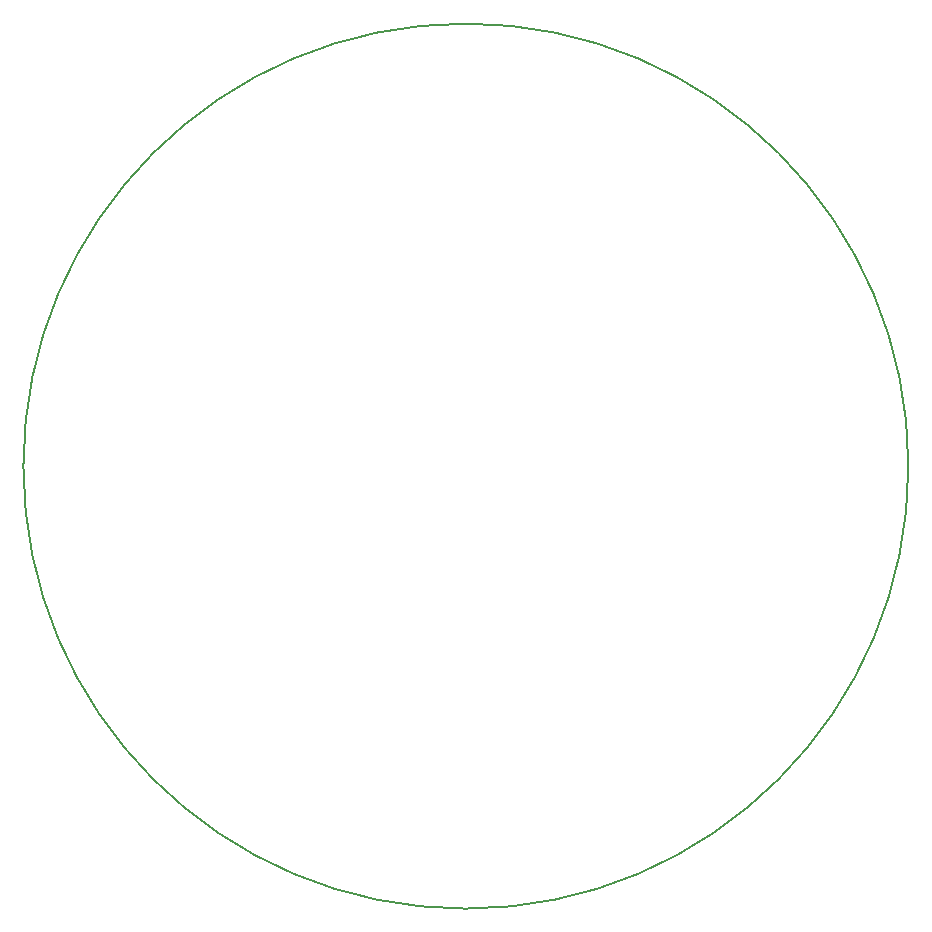
<source format=gm1>
G04*
G04 #@! TF.GenerationSoftware,Altium Limited,Altium Designer,20.0.2 (26)*
G04*
G04 Layer_Color=16711935*
%FSLAX25Y25*%
%MOIN*%
G70*
G01*
G75*
%ADD10C,0.00787*%
D10*
X67089Y36880D02*
G03*
X67089Y36880I-147500J0D01*
G01*
D02*
G03*
X67089Y36880I-147500J0D01*
G01*
M02*

</source>
